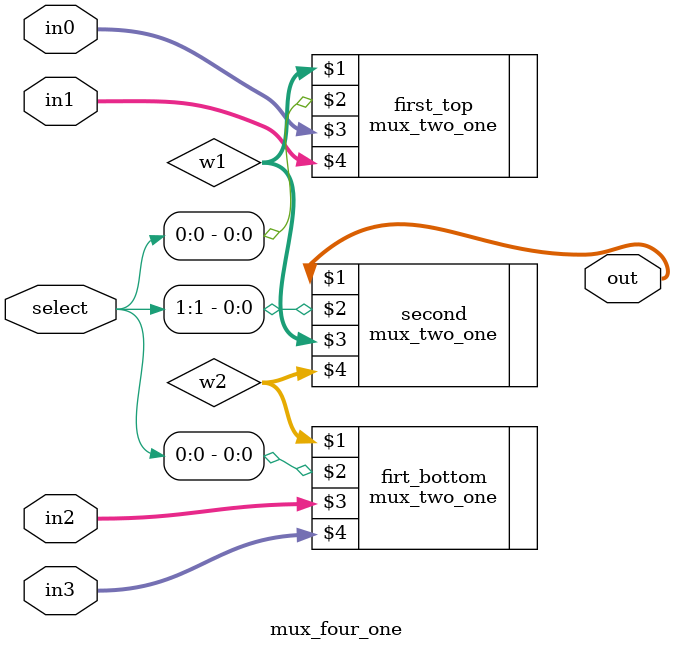
<source format=v>
module mux_four_one(out, select, in0, in1, in2, in3);

    input[1:0] select;
    input[31:0] in0, in1, in2, in3;
    output [31:0] out;

    wire [31:0] w1, w2;

    mux_two_one first_top(w1, select[0], in0, in1);
    mux_two_one firt_bottom(w2, select[0], in2, in3);
    mux_two_one second(out, select[1], w1, w2);

endmodule
</source>
